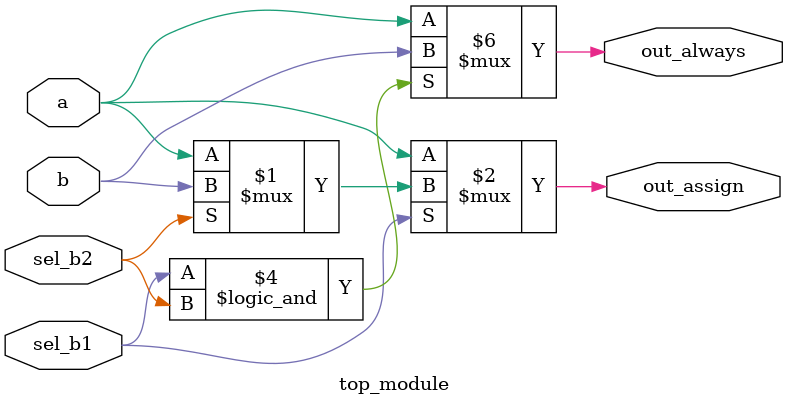
<source format=v>
module top_module(
    input a,
    input b,
    input sel_b1,
    input sel_b2,
    output wire out_assign,
    output reg out_always   ); 
    
    assign out_assign = (sel_b1) ? (sel_b2) ? b : a : a;
    always @(*) begin
        if(sel_b1 && sel_b2) out_always = b;
        else out_always = a;
    end

endmodule

</source>
